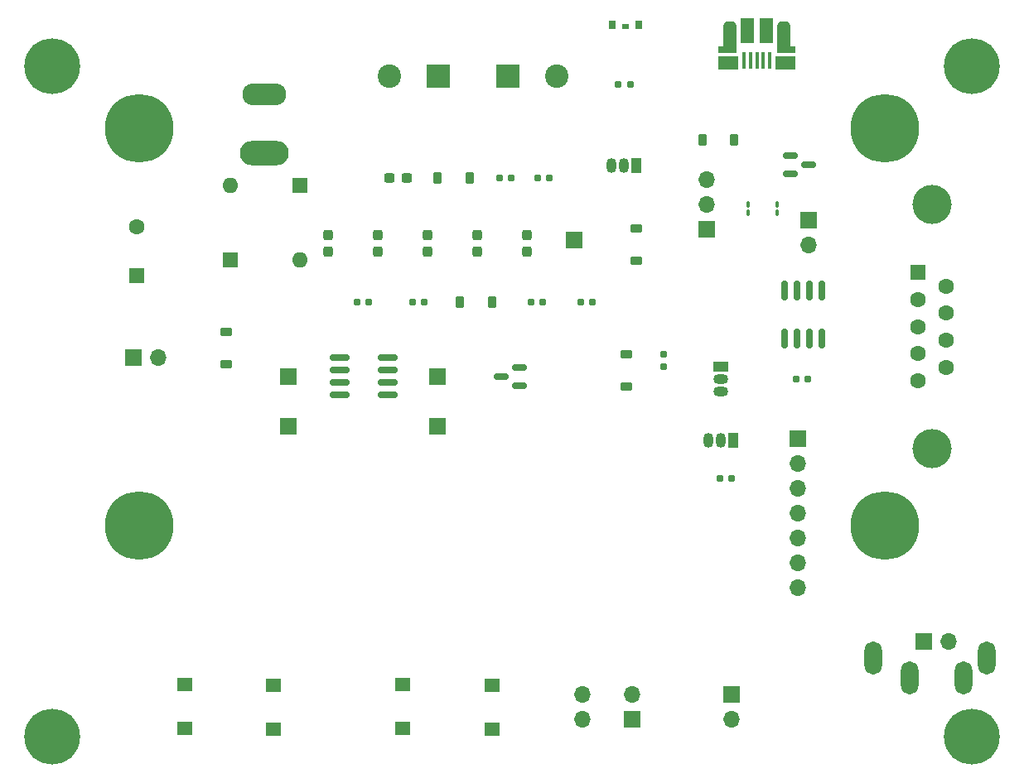
<source format=gbr>
%TF.GenerationSoftware,KiCad,Pcbnew,7.0.2*%
%TF.CreationDate,2024-01-05T23:58:43-08:00*%
%TF.ProjectId,MK_KS,4d4b5f4b-532e-46b6-9963-61645f706362,1.0*%
%TF.SameCoordinates,Original*%
%TF.FileFunction,Soldermask,Top*%
%TF.FilePolarity,Negative*%
%FSLAX46Y46*%
G04 Gerber Fmt 4.6, Leading zero omitted, Abs format (unit mm)*
G04 Created by KiCad (PCBNEW 7.0.2) date 2024-01-05 23:58:43*
%MOMM*%
%LPD*%
G01*
G04 APERTURE LIST*
G04 Aperture macros list*
%AMRoundRect*
0 Rectangle with rounded corners*
0 $1 Rounding radius*
0 $2 $3 $4 $5 $6 $7 $8 $9 X,Y pos of 4 corners*
0 Add a 4 corners polygon primitive as box body*
4,1,4,$2,$3,$4,$5,$6,$7,$8,$9,$2,$3,0*
0 Add four circle primitives for the rounded corners*
1,1,$1+$1,$2,$3*
1,1,$1+$1,$4,$5*
1,1,$1+$1,$6,$7*
1,1,$1+$1,$8,$9*
0 Add four rect primitives between the rounded corners*
20,1,$1+$1,$2,$3,$4,$5,0*
20,1,$1+$1,$4,$5,$6,$7,0*
20,1,$1+$1,$6,$7,$8,$9,0*
20,1,$1+$1,$8,$9,$2,$3,0*%
G04 Aperture macros list end*
%ADD10RoundRect,0.225000X-0.375000X0.225000X-0.375000X-0.225000X0.375000X-0.225000X0.375000X0.225000X0*%
%ADD11RoundRect,0.237500X0.237500X-0.300000X0.237500X0.300000X-0.237500X0.300000X-0.237500X-0.300000X0*%
%ADD12R,1.700000X1.700000*%
%ADD13O,1.700000X1.700000*%
%ADD14R,1.500000X1.050000*%
%ADD15O,1.500000X1.050000*%
%ADD16RoundRect,0.100000X-0.100000X0.217500X-0.100000X-0.217500X0.100000X-0.217500X0.100000X0.217500X0*%
%ADD17C,4.000000*%
%ADD18R,1.600000X1.600000*%
%ADD19C,1.600000*%
%ADD20RoundRect,0.160000X-0.197500X-0.160000X0.197500X-0.160000X0.197500X0.160000X-0.197500X0.160000X0*%
%ADD21C,3.600000*%
%ADD22C,5.700000*%
%ADD23RoundRect,0.225000X-0.225000X-0.375000X0.225000X-0.375000X0.225000X0.375000X-0.225000X0.375000X0*%
%ADD24R,2.400000X2.400000*%
%ADD25C,2.400000*%
%ADD26O,1.804000X3.404000*%
%ADD27RoundRect,0.160000X0.197500X0.160000X-0.197500X0.160000X-0.197500X-0.160000X0.197500X-0.160000X0*%
%ADD28RoundRect,0.237500X-0.300000X-0.237500X0.300000X-0.237500X0.300000X0.237500X-0.300000X0.237500X0*%
%ADD29RoundRect,0.150000X-0.150000X0.825000X-0.150000X-0.825000X0.150000X-0.825000X0.150000X0.825000X0*%
%ADD30RoundRect,0.150000X-0.587500X-0.150000X0.587500X-0.150000X0.587500X0.150000X-0.587500X0.150000X0*%
%ADD31R,0.710000X0.900000*%
%ADD32R,0.800000X0.600000*%
%ADD33O,1.600000X1.600000*%
%ADD34RoundRect,0.160000X0.160000X-0.197500X0.160000X0.197500X-0.160000X0.197500X-0.160000X-0.197500X0*%
%ADD35C,4.700000*%
%ADD36C,7.000000*%
%ADD37O,5.000000X2.500000*%
%ADD38O,4.500000X2.250000*%
%ADD39R,1.600000X1.400000*%
%ADD40RoundRect,0.150000X0.587500X0.150000X-0.587500X0.150000X-0.587500X-0.150000X0.587500X-0.150000X0*%
%ADD41R,1.050000X1.500000*%
%ADD42O,1.050000X1.500000*%
%ADD43R,0.400000X1.750000*%
%ADD44R,1.825000X0.700000*%
%ADD45R,2.000000X1.460000*%
%ADD46RoundRect,0.384800X0.265200X1.240200X-0.265200X1.240200X-0.265200X-1.240200X0.265200X-1.240200X0*%
%ADD47O,1.300000X1.800000*%
%ADD48O,1.050000X1.450000*%
%ADD49R,1.425000X2.500000*%
%ADD50RoundRect,0.225000X0.375000X-0.225000X0.375000X0.225000X-0.375000X0.225000X-0.375000X-0.225000X0*%
%ADD51RoundRect,0.150000X0.825000X0.150000X-0.825000X0.150000X-0.825000X-0.150000X0.825000X-0.150000X0*%
G04 APERTURE END LIST*
D10*
%TO.C,D7*%
X79019400Y-125782800D03*
X79019400Y-129082800D03*
%TD*%
D11*
%TO.C,C7*%
X99594400Y-117587800D03*
X99594400Y-115862800D03*
%TD*%
D12*
%TO.C,OPa2*%
X69494400Y-128447800D03*
D13*
X72034400Y-128447800D03*
%TD*%
D14*
%TO.C,Q2*%
X129565400Y-129336800D03*
D15*
X129565400Y-130606800D03*
X129565400Y-131876800D03*
%TD*%
D16*
%TO.C,C2*%
X135331200Y-112774200D03*
X135331200Y-113589200D03*
%TD*%
D12*
%TO.C,TP5*%
X100609400Y-135432800D03*
%TD*%
D17*
%TO.C,J3*%
X151157069Y-137762800D03*
X151157069Y-112762800D03*
D18*
X149737069Y-119722800D03*
D19*
X149737069Y-122492800D03*
X149737069Y-125262800D03*
X149737069Y-128032800D03*
X149737069Y-130802800D03*
X152577069Y-121107800D03*
X152577069Y-123877800D03*
X152577069Y-126647800D03*
X152577069Y-129417800D03*
%TD*%
D11*
%TO.C,C5*%
X89434400Y-117587800D03*
X89434400Y-115862800D03*
%TD*%
D16*
%TO.C,C1*%
X132308600Y-112749500D03*
X132308600Y-113564500D03*
%TD*%
D20*
%TO.C,R3*%
X137248300Y-130606800D03*
X138443300Y-130606800D03*
%TD*%
D21*
%TO.C,M_KSI4*%
X61239400Y-167182800D03*
D22*
X61239400Y-167182800D03*
%TD*%
D23*
%TO.C,D3*%
X100609400Y-110032800D03*
X103909400Y-110032800D03*
%TD*%
D12*
%TO.C,JP3*%
X150317200Y-157429200D03*
D13*
X152857200Y-157429200D03*
%TD*%
D23*
%TO.C,D1*%
X127653000Y-106148200D03*
X130953000Y-106148200D03*
%TD*%
D24*
%TO.C,ST1*%
X100709400Y-99627800D03*
D25*
X95709400Y-99627800D03*
%TD*%
D26*
%TO.C,J5*%
X156733400Y-159155300D03*
X154333400Y-161155300D03*
X148833400Y-161155300D03*
X145133400Y-159155300D03*
%TD*%
D27*
%TO.C,R9*%
X116421900Y-122732800D03*
X115226900Y-122732800D03*
%TD*%
D28*
%TO.C,C4*%
X95706900Y-110032800D03*
X97431900Y-110032800D03*
%TD*%
D29*
%TO.C,U3*%
X139852400Y-121527800D03*
X138582400Y-121527800D03*
X137312400Y-121527800D03*
X136042400Y-121527800D03*
X136042400Y-126477800D03*
X137312400Y-126477800D03*
X138582400Y-126477800D03*
X139852400Y-126477800D03*
%TD*%
D23*
%TO.C,D8*%
X102899400Y-122732800D03*
X106199400Y-122732800D03*
%TD*%
D30*
%TO.C,U1*%
X136698000Y-107738200D03*
X136698000Y-109638200D03*
X138573000Y-108688200D03*
%TD*%
D12*
%TO.C,TP1*%
X114579400Y-116382800D03*
%TD*%
D31*
%TO.C,LED1*%
X118436400Y-94388800D03*
X121136400Y-94388800D03*
D32*
X119786400Y-94538800D03*
%TD*%
D27*
%TO.C,R2*%
X130670900Y-140766800D03*
X129475900Y-140766800D03*
%TD*%
D12*
%TO.C,OPa1*%
X128143000Y-115316000D03*
D13*
X128143000Y-112776000D03*
X128143000Y-110236000D03*
%TD*%
D20*
%TO.C,R1*%
X106959400Y-110032800D03*
X108154400Y-110032800D03*
%TD*%
D12*
%TO.C,TP2*%
X85369400Y-135432800D03*
%TD*%
D20*
%TO.C,R10*%
X110806900Y-110032800D03*
X112001900Y-110032800D03*
%TD*%
D21*
%TO.C,M_KSI1*%
X61239400Y-98602800D03*
D22*
X61239400Y-98602800D03*
%TD*%
D12*
%TO.C,TP4*%
X100609400Y-130352800D03*
%TD*%
D20*
%TO.C,R8*%
X110146900Y-122732800D03*
X111341900Y-122732800D03*
%TD*%
D18*
%TO.C,C3*%
X69875400Y-120080851D03*
D19*
X69875400Y-115080851D03*
%TD*%
D18*
%TO.C,D4*%
X86537800Y-110794800D03*
D33*
X86537800Y-118414800D03*
%TD*%
D34*
%TO.C,R4*%
X123723400Y-129320300D03*
X123723400Y-128125300D03*
%TD*%
D20*
%TO.C,R7*%
X119099400Y-100507800D03*
X120294400Y-100507800D03*
%TD*%
D35*
%TO.C,SHLD-1*%
X70129400Y-104952800D03*
D36*
X70129400Y-104952800D03*
%TD*%
D35*
%TO.C,SHLD-2*%
X146329400Y-104952800D03*
D36*
X146329400Y-104952800D03*
%TD*%
D13*
%TO.C,SW1*%
X120528400Y-162884800D03*
D12*
X120528400Y-165424800D03*
D13*
X115448400Y-162884800D03*
X115448400Y-165424800D03*
%TD*%
D12*
%TO.C,JP2*%
X130688400Y-162859800D03*
D13*
X130688400Y-165399800D03*
%TD*%
D12*
%TO.C,JP1*%
X138573000Y-114403200D03*
D13*
X138573000Y-116943200D03*
%TD*%
D37*
%TO.C,J2*%
X82880200Y-107489100D03*
D38*
X82880200Y-101489100D03*
%TD*%
D39*
%TO.C,SW3*%
X97053400Y-161884800D03*
X106153400Y-161920800D03*
X97053400Y-166384800D03*
X106153400Y-166420800D03*
%TD*%
D21*
%TO.C,M_KSI2*%
X155219400Y-98602800D03*
D22*
X155219400Y-98602800D03*
%TD*%
D24*
%TO.C,ST2*%
X107774400Y-99627800D03*
D25*
X112774400Y-99627800D03*
%TD*%
D35*
%TO.C,SHLD-4*%
X70129400Y-145592800D03*
D36*
X70129400Y-145592800D03*
%TD*%
D11*
%TO.C,C6*%
X94514400Y-117587800D03*
X94514400Y-115862800D03*
%TD*%
D12*
%TO.C,TP3*%
X85369400Y-130352800D03*
%TD*%
D39*
%TO.C,SW2*%
X74773400Y-161884800D03*
X83873400Y-161920800D03*
X74773400Y-166384800D03*
X83873400Y-166420800D03*
%TD*%
D40*
%TO.C,Q3*%
X108964400Y-131302800D03*
X108964400Y-129402800D03*
X107089400Y-130352800D03*
%TD*%
D20*
%TO.C,R6*%
X98081900Y-122732800D03*
X99276900Y-122732800D03*
%TD*%
D41*
%TO.C,Q4*%
X120929400Y-108762800D03*
D42*
X119659400Y-108762800D03*
X118389400Y-108762800D03*
%TD*%
D18*
%TO.C,D2*%
X79425800Y-118414800D03*
D33*
X79425800Y-110794800D03*
%TD*%
D27*
%TO.C,R5*%
X93561900Y-122732800D03*
X92366900Y-122732800D03*
%TD*%
D21*
%TO.C,M_KSI3*%
X155219400Y-167182800D03*
D22*
X155219400Y-167182800D03*
%TD*%
D43*
%TO.C,J1*%
X134553000Y-98036800D03*
X133903000Y-98036800D03*
X133253000Y-98036800D03*
X132603000Y-98036800D03*
X131953000Y-98036800D03*
D44*
X136240500Y-96911800D03*
D45*
X136153000Y-98241800D03*
D46*
X135978000Y-95636800D03*
D47*
X135978000Y-95211800D03*
D48*
X135678000Y-98241800D03*
D49*
X134215500Y-94961800D03*
X132290500Y-94961800D03*
D48*
X130828000Y-98241800D03*
D46*
X130528000Y-95636800D03*
D47*
X130528000Y-95211800D03*
D45*
X130353000Y-98241800D03*
D44*
X130265500Y-96911800D03*
%TD*%
D41*
%TO.C,Q1*%
X130835400Y-136850800D03*
D42*
X129565400Y-136850800D03*
X128295400Y-136850800D03*
%TD*%
D11*
%TO.C,C8*%
X104674400Y-117587800D03*
X104674400Y-115862800D03*
%TD*%
D50*
%TO.C,D6*%
X119913400Y-131388800D03*
X119913400Y-128088800D03*
%TD*%
D35*
%TO.C,SHLD-3*%
X146329400Y-145592800D03*
D36*
X146329400Y-145592800D03*
%TD*%
D50*
%TO.C,D5*%
X120878600Y-118541800D03*
X120878600Y-115241800D03*
%TD*%
D51*
%TO.C,U4*%
X95529400Y-132257800D03*
X95529400Y-130987800D03*
X95529400Y-129717800D03*
X95529400Y-128447800D03*
X90579400Y-128447800D03*
X90579400Y-129717800D03*
X90579400Y-130987800D03*
X90579400Y-132257800D03*
%TD*%
D11*
%TO.C,C9*%
X109754400Y-117587800D03*
X109754400Y-115862800D03*
%TD*%
D12*
%TO.C,J4*%
X137439400Y-136702800D03*
D13*
X137439400Y-139242800D03*
X137439400Y-141782800D03*
X137439400Y-144322800D03*
X137439400Y-146862800D03*
X137439400Y-149402800D03*
X137439400Y-151942800D03*
%TD*%
M02*

</source>
